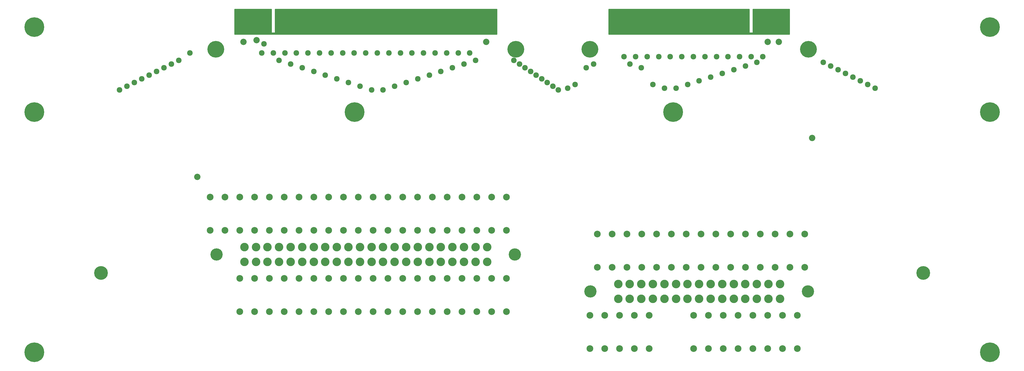
<source format=gbr>
G04 #@! TF.GenerationSoftware,KiCad,Pcbnew,(5.1.5)-3*
G04 #@! TF.CreationDate,2021-05-23T22:41:45-06:00*
G04 #@! TF.ProjectId,Star_wars_EMI,53746172-5f77-4617-9273-5f454d492e6b,rev?*
G04 #@! TF.SameCoordinates,Original*
G04 #@! TF.FileFunction,Soldermask,Bot*
G04 #@! TF.FilePolarity,Negative*
%FSLAX46Y46*%
G04 Gerber Fmt 4.6, Leading zero omitted, Abs format (unit mm)*
G04 Created by KiCad (PCBNEW (5.1.5)-3) date 2021-05-23 22:41:45*
%MOMM*%
%LPD*%
G04 APERTURE LIST*
%ADD10C,4.210000*%
%ADD11C,2.940000*%
%ADD12C,1.924000*%
%ADD13C,2.305000*%
%ADD14C,2.178000*%
%ADD15C,6.750000*%
%ADD16C,4.718000*%
%ADD17C,5.734000*%
%ADD18C,0.254000*%
G04 APERTURE END LIST*
D10*
X291287200Y-132080000D03*
D11*
X242112800Y-134620000D03*
X246075200Y-134620000D03*
X254000000Y-134620000D03*
X250037600Y-134620000D03*
X234188000Y-134620000D03*
X238150400Y-134620000D03*
X230225600Y-134620000D03*
X226263200Y-134620000D03*
X257962400Y-134620000D03*
X261924800Y-134620000D03*
X269849600Y-134620000D03*
X265887200Y-134620000D03*
X281736800Y-134620000D03*
X277774400Y-134620000D03*
X273812000Y-134620000D03*
X273812000Y-129540000D03*
X277774400Y-129540000D03*
X281736800Y-129540000D03*
X265887200Y-129540000D03*
X269849600Y-129540000D03*
X261924800Y-129540000D03*
X257962400Y-129540000D03*
X226263200Y-129540000D03*
X230225600Y-129540000D03*
X238150400Y-129540000D03*
X234188000Y-129540000D03*
X250037600Y-129540000D03*
X254000000Y-129540000D03*
X246075200Y-129540000D03*
X242112800Y-129540000D03*
D10*
X216712800Y-132080000D03*
D11*
X141681200Y-121920000D03*
X145643600Y-121920000D03*
X149606000Y-121920000D03*
X133756400Y-121920000D03*
X137718800Y-121920000D03*
X129794000Y-121920000D03*
X125831600Y-121920000D03*
X125831600Y-116840000D03*
X129794000Y-116840000D03*
X137718800Y-116840000D03*
X133756400Y-116840000D03*
X149606000Y-116840000D03*
X145643600Y-116840000D03*
X141681200Y-116840000D03*
D10*
X190855600Y-119380000D03*
D11*
X113944400Y-116840000D03*
X117906800Y-116840000D03*
X153568400Y-116840000D03*
X121869200Y-116840000D03*
X106019600Y-116840000D03*
X109982000Y-116840000D03*
X102057200Y-116840000D03*
X98094800Y-116840000D03*
X157530800Y-116840000D03*
X161493200Y-116840000D03*
X169418000Y-116840000D03*
X165455600Y-116840000D03*
X181305200Y-116840000D03*
X177342800Y-116840000D03*
X173380400Y-116840000D03*
X173380400Y-121920000D03*
X177342800Y-121920000D03*
X181305200Y-121920000D03*
X165455600Y-121920000D03*
X169418000Y-121920000D03*
X161493200Y-121920000D03*
X157530800Y-121920000D03*
X98094800Y-121920000D03*
X102057200Y-121920000D03*
X109982000Y-121920000D03*
X106019600Y-121920000D03*
X121869200Y-121920000D03*
X153568400Y-121920000D03*
X117906800Y-121920000D03*
X113944400Y-121920000D03*
D10*
X88544400Y-119380000D03*
D12*
X73025000Y-53975000D03*
D13*
X86360000Y-111125000D03*
X86360000Y-99695000D03*
X91440000Y-111125000D03*
X91440000Y-99695000D03*
X96520000Y-111125000D03*
X96520000Y-99695000D03*
X101600000Y-111125000D03*
X101600000Y-99695000D03*
X106680000Y-111125000D03*
X106680000Y-99695000D03*
X111760000Y-111125000D03*
X111760000Y-99695000D03*
X116840000Y-111125000D03*
X116840000Y-99695000D03*
X121920000Y-111125000D03*
X121920000Y-99695000D03*
X127000000Y-111125000D03*
X127000000Y-99695000D03*
X132080000Y-111125000D03*
X132080000Y-99695000D03*
X137160000Y-111125000D03*
X137160000Y-99695000D03*
X142240000Y-111125000D03*
X142240000Y-99695000D03*
X147320000Y-111125000D03*
X147320000Y-99695000D03*
X152400000Y-111125000D03*
X152400000Y-99695000D03*
X157480000Y-111125000D03*
X157480000Y-99695000D03*
X162560000Y-111125000D03*
X162560000Y-99695000D03*
X167640000Y-111125000D03*
X167640000Y-99695000D03*
X172720000Y-111125000D03*
X172720000Y-99695000D03*
X177800000Y-111125000D03*
X177800000Y-99695000D03*
X182880000Y-111125000D03*
X182880000Y-99695000D03*
X187960000Y-111125000D03*
X187960000Y-99695000D03*
X96520000Y-127635000D03*
X96520000Y-139065000D03*
X101600000Y-127635000D03*
X101600000Y-139065000D03*
X106680000Y-127635000D03*
X106680000Y-139065000D03*
X111760000Y-127635000D03*
X111760000Y-139065000D03*
X116840000Y-127635000D03*
X116840000Y-139065000D03*
X121920000Y-127635000D03*
X121920000Y-139065000D03*
X127000000Y-127635000D03*
X127000000Y-139065000D03*
X132080000Y-127635000D03*
X132080000Y-139065000D03*
X137160000Y-127635000D03*
X137160000Y-139065000D03*
X142240000Y-127635000D03*
X142240000Y-139065000D03*
X147320000Y-127635000D03*
X147320000Y-139065000D03*
X152400000Y-127635000D03*
X152400000Y-139065000D03*
X157480000Y-127635000D03*
X157480000Y-139065000D03*
X162560000Y-127635000D03*
X162560000Y-139065000D03*
X167640000Y-127635000D03*
X167640000Y-139065000D03*
X172720000Y-127635000D03*
X172720000Y-139065000D03*
X177800000Y-127635000D03*
X177800000Y-139065000D03*
X182880000Y-127635000D03*
X182880000Y-139065000D03*
X187960000Y-127635000D03*
X187960000Y-139065000D03*
X219075000Y-123825000D03*
X219075000Y-112395000D03*
X224155000Y-123825000D03*
X224155000Y-112395000D03*
X229235000Y-123825000D03*
X229235000Y-112395000D03*
X234315000Y-123825000D03*
X234315000Y-112395000D03*
X239395000Y-123825000D03*
X239395000Y-112395000D03*
X244475000Y-123825000D03*
X244475000Y-112395000D03*
X249555000Y-123825000D03*
X249555000Y-112395000D03*
X254635000Y-123825000D03*
X254635000Y-112395000D03*
X259715000Y-123825000D03*
X259715000Y-112395000D03*
X264795000Y-123825000D03*
X264795000Y-112395000D03*
X269875000Y-123825000D03*
X269875000Y-112395000D03*
X274955000Y-123825000D03*
X274955000Y-112395000D03*
X280035000Y-123825000D03*
X280035000Y-112395000D03*
X285115000Y-123825000D03*
X285115000Y-112395000D03*
X290195000Y-123825000D03*
X290195000Y-112395000D03*
X216535000Y-140335000D03*
X216535000Y-151765000D03*
X221615000Y-140335000D03*
X221615000Y-151765000D03*
X226695000Y-140335000D03*
X226695000Y-151765000D03*
X231775000Y-140335000D03*
X231775000Y-151765000D03*
X236855000Y-140335000D03*
X236855000Y-151765000D03*
X252095000Y-140335000D03*
X252095000Y-151765000D03*
X257175000Y-140335000D03*
X257175000Y-151765000D03*
X262255000Y-140335000D03*
X262255000Y-151765000D03*
X267335000Y-140335000D03*
X267335000Y-151765000D03*
X272415000Y-140335000D03*
X272415000Y-151765000D03*
X277495000Y-140335000D03*
X277495000Y-151765000D03*
X282575000Y-140335000D03*
X282575000Y-151765000D03*
X287655000Y-140335000D03*
X287655000Y-151765000D03*
D12*
X104038400Y-50165000D03*
X108000800Y-50165000D03*
X111963200Y-50165000D03*
X115925600Y-50165000D03*
X119888000Y-50165000D03*
X123850400Y-50165000D03*
X127812800Y-50165000D03*
X131775200Y-50165000D03*
X135737600Y-50165000D03*
X139700000Y-50165000D03*
X143662400Y-50165000D03*
X147624800Y-50165000D03*
X151587200Y-50165000D03*
X155549600Y-50165000D03*
X159512000Y-50165000D03*
X163474400Y-50165000D03*
X167436800Y-50165000D03*
X171399200Y-50165000D03*
X175361600Y-50165000D03*
X109982000Y-52705000D03*
X113944400Y-53975000D03*
X117906800Y-55245000D03*
X121869200Y-56515000D03*
X125831600Y-57785000D03*
X129794000Y-59055000D03*
X133756400Y-60325000D03*
X137718800Y-61595000D03*
X141681200Y-62865000D03*
X145643600Y-62865000D03*
X149606000Y-61595000D03*
X153568400Y-60325000D03*
X157530800Y-59055000D03*
X161493200Y-57785000D03*
X165455600Y-56515000D03*
X169418000Y-55245000D03*
X173380400Y-53975000D03*
X177342800Y-52705000D03*
X75565000Y-52705000D03*
X70485000Y-55245000D03*
X67945000Y-56515000D03*
X65405000Y-57785000D03*
X62865000Y-59055000D03*
X60325000Y-60325000D03*
X57785000Y-61595000D03*
X55245000Y-62865000D03*
X190500000Y-52705000D03*
X192405000Y-53975000D03*
X194310000Y-55245000D03*
X196215000Y-56515000D03*
X198120000Y-57785000D03*
X200025000Y-59055000D03*
X201930000Y-60325000D03*
X203835000Y-61595000D03*
X205740000Y-62865000D03*
D14*
X97790000Y-46355000D03*
X102235000Y-45720000D03*
D12*
X104775000Y-46990000D03*
D15*
X26035000Y-41275000D03*
X26035000Y-70485000D03*
X135890000Y-70485000D03*
X245110000Y-70485000D03*
X353695000Y-70485000D03*
X353695000Y-41275000D03*
X353695000Y-153035000D03*
X26035000Y-153035000D03*
D12*
X79375000Y-50165000D03*
D14*
X180975000Y-46355000D03*
D12*
X208915000Y-62230000D03*
X211455000Y-60960000D03*
X228269800Y-51435000D03*
X232232200Y-51435000D03*
X236194600Y-51435000D03*
X240157000Y-51435000D03*
X244119400Y-51435000D03*
X248081800Y-51435000D03*
X252044200Y-51435000D03*
X256006600Y-51435000D03*
X259969000Y-51435000D03*
X263931400Y-51435000D03*
X267893800Y-51435000D03*
X271856200Y-51435000D03*
X275818600Y-51435000D03*
X273837400Y-53340000D03*
X269875000Y-54610000D03*
X265912600Y-55880000D03*
X261950200Y-57150000D03*
X257987800Y-58420000D03*
X254025400Y-59690000D03*
X250063000Y-60960000D03*
X246100600Y-62230000D03*
X242138200Y-62230000D03*
X238175800Y-60960000D03*
X234213400Y-55245000D03*
X230251000Y-53975000D03*
X296545000Y-53340000D03*
X299085000Y-54610000D03*
X301625000Y-55880000D03*
X304165000Y-57150000D03*
X306705000Y-58420000D03*
X309245000Y-59690000D03*
X311785000Y-60960000D03*
X314325000Y-62230000D03*
X215265000Y-55245000D03*
X217805000Y-53975000D03*
D14*
X292735000Y-79375000D03*
X277495000Y-46355000D03*
X281305000Y-46355000D03*
D16*
X48895000Y-125730000D03*
X330835000Y-125730000D03*
D17*
X88265000Y-48895000D03*
X291465000Y-48895000D03*
X191135000Y-48895000D03*
X216535000Y-48895000D03*
D14*
X81915000Y-92710000D03*
D18*
G36*
X107315000Y-43180000D02*
G01*
X108585000Y-43180000D01*
X108585000Y-35052000D01*
X184658000Y-35052000D01*
X184658000Y-43688000D01*
X94742000Y-43688000D01*
X94742000Y-35052000D01*
X107315000Y-35052000D01*
X107315000Y-43180000D01*
G37*
X107315000Y-43180000D02*
X108585000Y-43180000D01*
X108585000Y-35052000D01*
X184658000Y-35052000D01*
X184658000Y-43688000D01*
X94742000Y-43688000D01*
X94742000Y-35052000D01*
X107315000Y-35052000D01*
X107315000Y-43180000D01*
G36*
X271145000Y-43180000D02*
G01*
X272415000Y-43180000D01*
X272415000Y-35052000D01*
X284988000Y-35052000D01*
X284988000Y-43688000D01*
X223012000Y-43688000D01*
X223012000Y-35052000D01*
X271145000Y-35052000D01*
X271145000Y-43180000D01*
G37*
X271145000Y-43180000D02*
X272415000Y-43180000D01*
X272415000Y-35052000D01*
X284988000Y-35052000D01*
X284988000Y-43688000D01*
X223012000Y-43688000D01*
X223012000Y-35052000D01*
X271145000Y-35052000D01*
X271145000Y-43180000D01*
M02*

</source>
